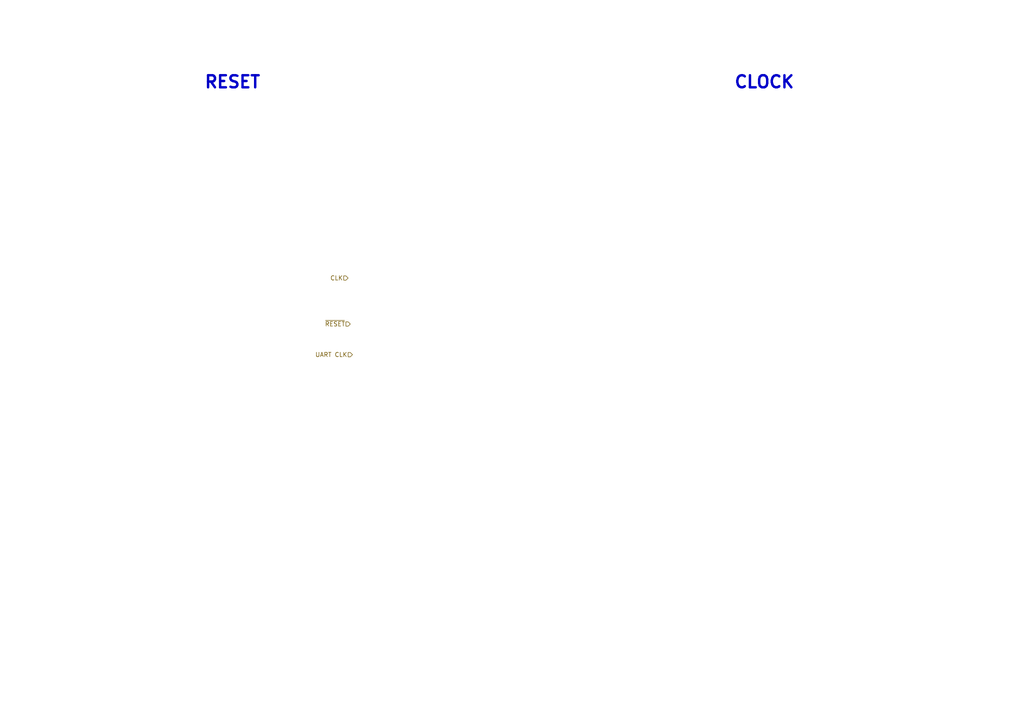
<source format=kicad_sch>
(kicad_sch (version 20230121) (generator eeschema)
  (paper "A4")
  (lib_symbols)
  (text "RESET" (at 59.055 26.035 0) (effects (font (size 3.5 3.5) bold) (justify left bottom)))
  (text "CLOCK" (at 212.725 26.035 0) (effects (font (size 3.5 3.5) (thickness 0.7) bold) (justify left bottom)))
  (hierarchical_label "UART CLK" (shape input) (at 102.235 102.87 180))
  (hierarchical_label "CLK" (shape input) (at 100.965 80.645 180))
  (hierarchical_label "~{RESET}" (shape input) (at 101.6 93.98 180))
)
</source>
